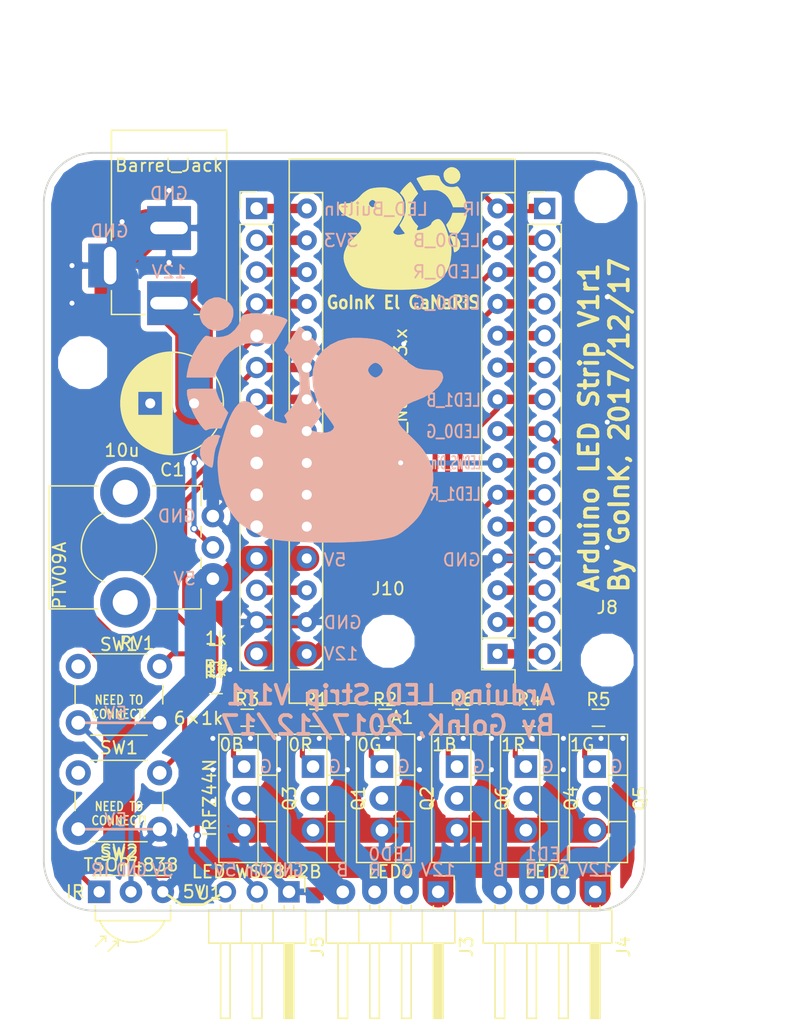
<source format=kicad_pcb>
(kicad_pcb (version 4) (host pcbnew 4.0.7-e2-6376~58~ubuntu14.04.1)
  (title_block (title "Arduino LED Strip") (date 2017-11-19) (rev V1r0) (company GoInK13))
  (layers (0 F.Cu signal) (31 B.Cu signal) (34 B.Paste user) (35 F.Paste user) (36 B.SilkS user) (37 F.SilkS user) (38 B.Mask user) (39 F.Mask user) (44 Edge.Cuts user))
  (net 0 "")
  (net 1 /ar_D1_TX)
  (net 2 /3V3)
  (net 3 /ar_D0_RX)
  (net 4 /ar_Aref)
  (net 5 /ar_Reset2)
  (net 6 /ar_A0_Pot)
  (net 7 GND)
  (net 8 /ar_A1_D15)
  (net 9 /ar_D2)
  (net 10 /ar_A2_D16)
  (net 11 /ar_LED1_R)
  (net 12 /ar_A3_D17)
  (net 13 /ar_Din_LEDWS)
  (net 14 /ar_A4_D18)
  (net 15 /ar_LED1_G)
  (net 16 /ar_A5_D19)
  (net 17 /ar_LED1_B)
  (net 18 /ar_A6)
  (net 19 /ar_D7)
  (net 20 /ar_A7)
  (net 21 /ar_D8)
  (net 22 +5V)
  (net 23 /ar_LED0_R)
  (net 24 /ar_Reset1)
  (net 25 /ar_LED0_G)
  (net 26 /ar_LED0_B)
  (net 27 +12V)
  (net 28 /ar_IR)
  (net 29 /ar_LED_BuiltIn)
  (net 30 /LED0_G)
  (net 31 /LED0_R)
  (net 32 /LED0_B)
  (net 33 /LED1_G)
  (net 34 /LED1_R)
  (net 35 /LED1_B)
  (net 36 "Net-(Q1-Pad1)")
  (net 37 "Net-(Q2-Pad1)")
  (net 38 "Net-(Q3-Pad1)")
  (net 39 "Net-(Q4-Pad1)")
  (net 40 "Net-(Q5-Pad1)")
  (net 41 "Net-(Q6-Pad1)")
  (net 42 "Net-(J7-Pad1)")
  (net 43 "Net-(J8-Pad1)")
  (net 44 "Net-(J9-Pad1)")
  (net 45 "Net-(J10-Pad1)")
  (module TO_SOT_Packages_THT:TO-220-3_Vertical (layer F.Cu) (at 161 101 270)
    (fp_text reference Q4 (at 2.54 -3.62 270) (layer F.SilkS))
    (fp_text value IRFZ44N hide)
    (pad 1 thru_hole rect (at 0 0 270) (size 1.8 1.8) (drill 1) (layers *.Cu *.Mask) (net 39 "Net-(Q4-Pad1)"))
    (pad 2 thru_hole oval (at 2.54 0 270) (size 1.8 1.8) (drill 1) (layers *.Cu *.Mask) (net 34 /LED1_R))
    (pad 3 thru_hole oval (at 5.08 0 270) (size 1.8 1.8) (drill 1) (layers *.Cu *.Mask) (net 7 GND))
  )
  (module Modules:Arduino_Nano (layer F.Cu) (at 158.74 92 180)
    (fp_text reference A1 (at 7.62 -5.08 180) (layer F.SilkS))
    (fp_text value Arduino_Nano_v3.x (at 7.74 19.05 270) (layer F.SilkS))
    (pad 1 thru_hole rect (at 0 0 180) (size 1.6 1.6) (drill 0.8) (layers *.Cu *.Mask) (net 1 /ar_D1_TX))
    (pad 17 thru_hole oval (at 15.24 33.02 180) (size 1.6 1.6) (drill 0.8) (layers *.Cu *.Mask) (net 2 /3V3))
    (pad 2 thru_hole oval (at 0 2.54 180) (size 1.6 1.6) (drill 0.8) (layers *.Cu *.Mask) (net 3 /ar_D0_RX))
    (pad 18 thru_hole oval (at 15.24 30.48 180) (size 1.6 1.6) (drill 0.8) (layers *.Cu *.Mask) (net 4 /ar_Aref))
    (pad 3 thru_hole oval (at 0 5.08 180) (size 1.6 1.6) (drill 0.8) (layers *.Cu *.Mask) (net 5 /ar_Reset2))
    (pad 19 thru_hole oval (at 15.24 27.94 180) (size 1.6 1.6) (drill 0.8) (layers *.Cu *.Mask) (net 6 /ar_A0_Pot))
    (pad 4 thru_hole oval (at 0 7.62 180) (size 1.6 1.6) (drill 0.8) (layers *.Cu *.Mask) (net 7 GND))
    (pad 20 thru_hole oval (at 15.24 25.4 180) (size 1.6 1.6) (drill 0.8) (layers *.Cu *.Mask) (net 8 /ar_A1_D15))
    (pad 5 thru_hole oval (at 0 10.16 180) (size 1.6 1.6) (drill 0.8) (layers *.Cu *.Mask) (net 9 /ar_D2))
    (pad 21 thru_hole oval (at 15.24 22.86 180) (size 1.6 1.6) (drill 0.8) (layers *.Cu *.Mask) (net 10 /ar_A2_D16))
    (pad 6 thru_hole oval (at 0 12.7 180) (size 1.6 1.6) (drill 0.8) (layers *.Cu *.Mask) (net 11 /ar_LED1_R))
    (pad 22 thru_hole oval (at 15.24 20.32 180) (size 1.6 1.6) (drill 0.8) (layers *.Cu *.Mask) (net 12 /ar_A3_D17))
    (pad 7 thru_hole oval (at 0 15.24 180) (size 1.6 1.6) (drill 0.8) (layers *.Cu *.Mask) (net 13 /ar_Din_LEDWS))
    (pad 23 thru_hole oval (at 15.24 17.78 180) (size 1.6 1.6) (drill 0.8) (layers *.Cu *.Mask) (net 14 /ar_A4_D18))
    (pad 8 thru_hole oval (at 0 17.78 180) (size 1.6 1.6) (drill 0.8) (layers *.Cu *.Mask) (net 15 /ar_LED1_G))
    (pad 24 thru_hole oval (at 15.24 15.24 180) (size 1.6 1.6) (drill 0.8) (layers *.Cu *.Mask) (net 16 /ar_A5_D19))
    (pad 9 thru_hole oval (at 0 20.32 180) (size 1.6 1.6) (drill 0.8) (layers *.Cu *.Mask) (net 17 /ar_LED1_B))
    (pad 25 thru_hole oval (at 15.24 12.7 180) (size 1.6 1.6) (drill 0.8) (layers *.Cu *.Mask) (net 18 /ar_A6))
    (pad 10 thru_hole oval (at 0 22.86 180) (size 1.6 1.6) (drill 0.8) (layers *.Cu *.Mask) (net 19 /ar_D7))
    (pad 26 thru_hole oval (at 15.24 10.16 180) (size 1.6 1.6) (drill 0.8) (layers *.Cu *.Mask) (net 20 /ar_A7))
    (pad 11 thru_hole oval (at 0 25.4 180) (size 1.6 1.6) (drill 0.8) (layers *.Cu *.Mask) (net 21 /ar_D8))
    (pad 27 thru_hole oval (at 15.24 7.62 180) (size 1.6 1.6) (drill 0.8) (layers *.Cu *.Mask) (net 22 +5V))
    (pad 12 thru_hole oval (at 0 27.94 180) (size 1.6 1.6) (drill 0.8) (layers *.Cu *.Mask) (net 25 /ar_LED0_G))
    (pad 28 thru_hole oval (at 15.24 5.08 180) (size 1.6 1.6) (drill 0.8) (layers *.Cu *.Mask) (net 24 /ar_Reset1))
    (pad 13 thru_hole oval (at 0 30.48 180) (size 1.6 1.6) (drill 0.8) (layers *.Cu *.Mask) (net 23 /ar_LED0_R))
    (pad 29 thru_hole oval (at 15.24 2.54 180) (size 1.6 1.6) (drill 0.8) (layers *.Cu *.Mask) (net 7 GND))
    (pad 14 thru_hole oval (at 0 33.02 180) (size 1.6 1.6) (drill 0.8) (layers *.Cu *.Mask) (net 26 /ar_LED0_B))
    (pad 30 thru_hole oval (at 15.24 0 180) (size 1.6 1.6) (drill 0.8) (layers *.Cu *.Mask) (net 27 +12V))
    (pad 15 thru_hole oval (at 0 35.56 180) (size 1.6 1.6) (drill 0.8) (layers *.Cu *.Mask) (net 28 /ar_IR))
    (pad 16 thru_hole oval (at 15.24 35.56 180) (size 1.6 1.6) (drill 0.8) (layers *.Cu *.Mask) (net 29 /ar_LED_BuiltIn))
  )
  (module Capacitors_ThroughHole:CP_Radial_D8.0mm_P3.50mm (layer F.Cu) (at 134.5 72 180)
    (fp_text reference C1 (at 1.75 -5.31 180) (layer F.SilkS))
    (fp_text value 10u (at 5.75 -3.75 180) (layer F.SilkS))
    (pad 1 thru_hole rect (at 0 0 180) (size 1.6 1.6) (drill 0.8) (layers *.Cu *.Mask) (net 27 +12V))
    (pad 2 thru_hole circle (at 3.5 0 180) (size 1.6 1.6) (drill 0.8) (layers *.Cu *.Mask) (net 7 GND))
  )
  (module Pin_Headers:Pin_Header_Straight_1x15_Pitch2.54mm (layer F.Cu) (at 139.5 56.44)
    (fp_text reference J1 hide)
    (fp_text value Conn_L hide)
    (pad 1 thru_hole rect (at 0 0) (size 1.7 1.7) (drill 1) (layers *.Cu *.Mask) (net 29 /ar_LED_BuiltIn))
    (pad 2 thru_hole oval (at 0 2.54) (size 1.7 1.7) (drill 1) (layers *.Cu *.Mask) (net 2 /3V3))
    (pad 3 thru_hole oval (at 0 5.08) (size 1.7 1.7) (drill 1) (layers *.Cu *.Mask) (net 4 /ar_Aref))
    (pad 4 thru_hole oval (at 0 7.62) (size 1.7 1.7) (drill 1) (layers *.Cu *.Mask) (net 6 /ar_A0_Pot))
    (pad 5 thru_hole oval (at 0 10.16) (size 1.7 1.7) (drill 1) (layers *.Cu *.Mask) (net 8 /ar_A1_D15))
    (pad 6 thru_hole oval (at 0 12.7) (size 1.7 1.7) (drill 1) (layers *.Cu *.Mask) (net 10 /ar_A2_D16))
    (pad 7 thru_hole oval (at 0 15.24) (size 1.7 1.7) (drill 1) (layers *.Cu *.Mask) (net 12 /ar_A3_D17))
    (pad 8 thru_hole oval (at 0 17.78) (size 1.7 1.7) (drill 1) (layers *.Cu *.Mask) (net 14 /ar_A4_D18))
    (pad 9 thru_hole oval (at 0 20.32) (size 1.7 1.7) (drill 1) (layers *.Cu *.Mask) (net 16 /ar_A5_D19))
    (pad 10 thru_hole oval (at 0 22.86) (size 1.7 1.7) (drill 1) (layers *.Cu *.Mask) (net 18 /ar_A6))
    (pad 11 thru_hole oval (at 0 25.4) (size 1.7 1.7) (drill 1) (layers *.Cu *.Mask) (net 20 /ar_A7))
    (pad 12 thru_hole oval (at 0 27.94) (size 1.7 1.7) (drill 1) (layers *.Cu *.Mask) (net 22 +5V))
    (pad 13 thru_hole oval (at 0 30.48) (size 1.7 1.7) (drill 1) (layers *.Cu *.Mask) (net 24 /ar_Reset1))
    (pad 14 thru_hole oval (at 0 33.02) (size 1.7 1.7) (drill 1) (layers *.Cu *.Mask) (net 7 GND))
    (pad 15 thru_hole oval (at 0 35.56) (size 1.7 1.7) (drill 1) (layers *.Cu *.Mask) (net 27 +12V))
  )
  (module Pin_Headers:Pin_Header_Straight_1x15_Pitch2.54mm (layer F.Cu) (at 162.5 56.44)
    (fp_text reference J2 hide)
    (fp_text value Conn_R hide)
    (pad 1 thru_hole rect (at 0 0) (size 1.7 1.7) (drill 1) (layers *.Cu *.Mask) (net 28 /ar_IR))
    (pad 2 thru_hole oval (at 0 2.54) (size 1.7 1.7) (drill 1) (layers *.Cu *.Mask) (net 26 /ar_LED0_B))
    (pad 3 thru_hole oval (at 0 5.08) (size 1.7 1.7) (drill 1) (layers *.Cu *.Mask) (net 23 /ar_LED0_R))
    (pad 4 thru_hole oval (at 0 7.62) (size 1.7 1.7) (drill 1) (layers *.Cu *.Mask) (net 25 /ar_LED0_G))
    (pad 5 thru_hole oval (at 0 10.16) (size 1.7 1.7) (drill 1) (layers *.Cu *.Mask) (net 21 /ar_D8))
    (pad 6 thru_hole oval (at 0 12.7) (size 1.7 1.7) (drill 1) (layers *.Cu *.Mask) (net 19 /ar_D7))
    (pad 7 thru_hole oval (at 0 15.24) (size 1.7 1.7) (drill 1) (layers *.Cu *.Mask) (net 17 /ar_LED1_B))
    (pad 8 thru_hole oval (at 0 17.78) (size 1.7 1.7) (drill 1) (layers *.Cu *.Mask) (net 15 /ar_LED1_G))
    (pad 9 thru_hole oval (at 0 20.32) (size 1.7 1.7) (drill 1) (layers *.Cu *.Mask) (net 13 /ar_Din_LEDWS))
    (pad 10 thru_hole oval (at 0 22.86) (size 1.7 1.7) (drill 1) (layers *.Cu *.Mask) (net 11 /ar_LED1_R))
    (pad 11 thru_hole oval (at 0 25.4) (size 1.7 1.7) (drill 1) (layers *.Cu *.Mask) (net 9 /ar_D2))
    (pad 12 thru_hole oval (at 0 27.94) (size 1.7 1.7) (drill 1) (layers *.Cu *.Mask) (net 7 GND))
    (pad 13 thru_hole oval (at 0 30.48) (size 1.7 1.7) (drill 1) (layers *.Cu *.Mask) (net 5 /ar_Reset2))
    (pad 14 thru_hole oval (at 0 33.02) (size 1.7 1.7) (drill 1) (layers *.Cu *.Mask) (net 3 /ar_D0_RX))
    (pad 15 thru_hole oval (at 0 35.56) (size 1.7 1.7) (drill 1) (layers *.Cu *.Mask) (net 1 /ar_D1_TX))
  )
  (module Pin_Headers:Pin_Header_Angled_1x04_Pitch2.54mm (layer F.Cu) (at 154 111 270)
    (fp_text reference J3 (at 4.385 -2.27 270) (layer F.SilkS))
    (fp_text value LED0 (at -1.6 3.8 360) (layer F.SilkS))
    (pad 1 thru_hole rect (at 0 0 270) (size 1.7 1.7) (drill 1) (layers *.Cu *.Mask) (net 27 +12V))
    (pad 2 thru_hole oval (at 0 2.54 270) (size 1.7 1.7) (drill 1) (layers *.Cu *.Mask) (net 30 /LED0_G))
    (pad 3 thru_hole oval (at 0 5.08 270) (size 1.7 1.7) (drill 1) (layers *.Cu *.Mask) (net 31 /LED0_R))
    (pad 4 thru_hole oval (at 0 7.62 270) (size 1.7 1.7) (drill 1) (layers *.Cu *.Mask) (net 32 /LED0_B))
  )
  (module Pin_Headers:Pin_Header_Angled_1x04_Pitch2.54mm (layer F.Cu) (at 166.54 111 270)
    (fp_text reference J4 (at 4.385 -2.27 270) (layer F.SilkS))
    (fp_text value LED1 (at -1.6 3.79 360) (layer F.SilkS))
    (pad 1 thru_hole rect (at 0 0 270) (size 1.7 1.7) (drill 1) (layers *.Cu *.Mask) (net 27 +12V))
    (pad 2 thru_hole oval (at 0 2.54 270) (size 1.7 1.7) (drill 1) (layers *.Cu *.Mask) (net 33 /LED1_G))
    (pad 3 thru_hole oval (at 0 5.08 270) (size 1.7 1.7) (drill 1) (layers *.Cu *.Mask) (net 34 /LED1_R))
    (pad 4 thru_hole oval (at 0 7.62 270) (size 1.7 1.7) (drill 1) (layers *.Cu *.Mask) (net 35 /LED1_B))
  )
  (module Connect:BARREL_JACK (layer F.Cu) (at 132.5 64 270)
    (fp_text reference J6 hide)
    (fp_text value Barrel_Jack (at -11 0 360) (layer F.SilkS))
    (pad 1 thru_hole rect (at 0 0 270) (size 3.5 3.5) (drill oval 1 3) (layers *.Cu *.Mask) (net 27 +12V))
    (pad 2 thru_hole rect (at -6 0 270) (size 3.5 3.5) (drill oval 1 3) (layers *.Cu *.Mask) (net 7 GND))
    (pad 3 thru_hole rect (at -3 4.7 270) (size 3.5 3.5) (drill oval 3 1) (layers *.Cu *.Mask) (net 7 GND))
  )
  (module TO_SOT_Packages_THT:TO-220-3_Vertical (layer F.Cu) (at 144 101 270)
    (fp_text reference Q1 (at 2.54 -3.62 270) (layer F.SilkS))
    (fp_text value IRFZ44N hide)
    (pad 1 thru_hole rect (at 0 0 270) (size 1.8 1.8) (drill 1) (layers *.Cu *.Mask) (net 36 "Net-(Q1-Pad1)"))
    (pad 2 thru_hole oval (at 2.54 0 270) (size 1.8 1.8) (drill 1) (layers *.Cu *.Mask) (net 31 /LED0_R))
    (pad 3 thru_hole oval (at 5.08 0 270) (size 1.8 1.8) (drill 1) (layers *.Cu *.Mask) (net 7 GND))
  )
  (module TO_SOT_Packages_THT:TO-220-3_Vertical (layer F.Cu) (at 149.5 101 270)
    (fp_text reference Q2 (at 2.54 -3.62 270) (layer F.SilkS))
    (fp_text value IRFZ44N hide)
    (pad 1 thru_hole rect (at 0 0 270) (size 1.8 1.8) (drill 1) (layers *.Cu *.Mask) (net 37 "Net-(Q2-Pad1)"))
    (pad 2 thru_hole oval (at 2.54 0 270) (size 1.8 1.8) (drill 1) (layers *.Cu *.Mask) (net 30 /LED0_G))
    (pad 3 thru_hole oval (at 5.08 0 270) (size 1.8 1.8) (drill 1) (layers *.Cu *.Mask) (net 7 GND))
  )
  (module TO_SOT_Packages_THT:TO-220-3_Vertical (layer F.Cu) (at 138.5 101 270)
    (fp_text reference Q3 (at 2.54 -3.62 270) (layer F.SilkS))
    (fp_text value IRFZ44N (at 2.5 2.75 270) (layer F.SilkS))
    (pad 1 thru_hole rect (at 0 0 270) (size 1.8 1.8) (drill 1) (layers *.Cu *.Mask) (net 38 "Net-(Q3-Pad1)"))
    (pad 2 thru_hole oval (at 2.54 0 270) (size 1.8 1.8) (drill 1) (layers *.Cu *.Mask) (net 32 /LED0_B))
    (pad 3 thru_hole oval (at 5.08 0 270) (size 1.8 1.8) (drill 1) (layers *.Cu *.Mask) (net 7 GND))
  )
  (module TO_SOT_Packages_THT:TO-220-3_Vertical (layer F.Cu) (at 166.5 101 270)
    (fp_text reference Q5 (at 2.54 -3.62 270) (layer F.SilkS))
    (fp_text value IRFZ44N hide)
    (pad 1 thru_hole rect (at 0 0 270) (size 1.8 1.8) (drill 1) (layers *.Cu *.Mask) (net 40 "Net-(Q5-Pad1)"))
    (pad 2 thru_hole oval (at 2.54 0 270) (size 1.8 1.8) (drill 1) (layers *.Cu *.Mask) (net 33 /LED1_G))
    (pad 3 thru_hole oval (at 5.08 0 270) (size 1.8 1.8) (drill 1) (layers *.Cu *.Mask) (net 7 GND))
  )
  (module TO_SOT_Packages_THT:TO-220-3_Vertical (layer F.Cu) (at 155.5 101 270)
    (fp_text reference Q6 (at 2.54 -3.62 270) (layer F.SilkS))
    (fp_text value IRFZ44N hide)
    (pad 1 thru_hole rect (at 0 0 270) (size 1.8 1.8) (drill 1) (layers *.Cu *.Mask) (net 41 "Net-(Q6-Pad1)"))
    (pad 2 thru_hole oval (at 2.54 0 270) (size 1.8 1.8) (drill 1) (layers *.Cu *.Mask) (net 35 /LED1_B))
    (pad 3 thru_hole oval (at 5.08 0 270) (size 1.8 1.8) (drill 1) (layers *.Cu *.Mask) (net 7 GND))
  )
  (module Resistors_SMD:R_0603_HandSoldering (layer F.Cu) (at 136.25 92 180)
    (fp_text reference R7 (at 0 -1.45 180) (layer F.SilkS))
    (fp_text value 1k (at 0 1.25 180) (layer F.SilkS))
    (pad 1 smd rect (at -1.1 0 180) (size 1.2 0.9) (layers F.Cu F.Paste F.Mask) (net 7 GND))
    (pad 2 smd rect (at 1.1 0 180) (size 1.2 0.9) (layers F.Cu F.Paste F.Mask) (net 8 /ar_A1_D15))
  )
  (module Resistors_SMD:R_0603_HandSoldering (layer F.Cu) (at 136.25 94.5)
    (fp_text reference R8 (at 0 -1.45) (layer F.SilkS))
    (fp_text value 1k (at 0 -1.25) (layer F.SilkS))
    (pad 1 smd rect (at -1.1 0) (size 1.2 0.9) (layers F.Cu F.Paste F.Mask) (net 10 /ar_A2_D16))
    (pad 2 smd rect (at 1.1 0) (size 1.2 0.9) (layers F.Cu F.Paste F.Mask) (net 7 GND))
  )
  (module Potentiometers:Potentiometer_Bourns_PTV09A-1_Horizontal (layer F.Cu) (at 136 81 180)
    (fp_text reference RV1 (at 6.05 -10.15 180) (layer F.SilkS))
    (fp_text value PTV09A (at 12.25 -4.75 270) (layer F.SilkS))
    (pad 3 thru_hole circle (at 0 -5 180) (size 1.8 1.8) (drill 1) (layers *.Cu *.Mask) (net 22 +5V))
    (pad 2 thru_hole circle (at 0 -2.5 180) (size 1.8 1.8) (drill 1) (layers *.Cu *.Mask) (net 6 /ar_A0_Pot))
    (pad 1 thru_hole circle (at 0 0 180) (size 1.8 1.8) (drill 1) (layers *.Cu *.Mask) (net 7 GND))
    (pad 0 np_thru_hole circle (at 7 -6.9 180) (size 4 4) (drill 2) (layers *.Cu *.Mask))
    (pad 0 np_thru_hole circle (at 7 1.9 180) (size 4 4) (drill 2) (layers *.Cu *.Mask))
  )
  (module Buttons_Switches_ThroughHole:SW_PUSH_6mm_h13mm (layer F.Cu) (at 131.75 97.5 180)
    (fp_text reference SW1 (at 3.25 -2 180) (layer F.SilkS))
    (fp_text value SW_Push hide)
    (fp_text user %R (at 3.25 6.25 180) (layer F.SilkS))
    (pad 2 thru_hole circle (at 0 4.5 270) (size 2 2) (drill 1.1) (layers *.Cu *.Mask) (net 8 /ar_A1_D15))
    (pad 1 thru_hole circle (at 0 0 270) (size 2 2) (drill 1.1) (layers *.Cu *.Mask) (net 22 +5V))
    (pad 2 thru_hole circle (at 6.5 4.5 270) (size 2 2) (drill 1.1) (layers *.Cu *.Mask) (net 8 /ar_A1_D15))
    (pad 1 thru_hole circle (at 6.5 0 270) (size 2 2) (drill 1.1) (layers *.Cu *.Mask) (net 22 +5V))
  )
  (module Buttons_Switches_ThroughHole:SW_PUSH_6mm_h13mm (layer F.Cu) (at 131.75 106 180)
    (fp_text reference SW2 (at 3.25 -2 180) (layer F.SilkS))
    (fp_text value SW_Push hide)
    (fp_text user %R (at 3.25 -1.75 180) (layer F.SilkS))
    (pad 2 thru_hole circle (at 0 4.5 270) (size 2 2) (drill 1.1) (layers *.Cu *.Mask) (net 10 /ar_A2_D16))
    (pad 1 thru_hole circle (at 0 0 270) (size 2 2) (drill 1.1) (layers *.Cu *.Mask) (net 22 +5V))
    (pad 2 thru_hole circle (at 6.5 4.5 270) (size 2 2) (drill 1.1) (layers *.Cu *.Mask) (net 10 /ar_A2_D16))
    (pad 1 thru_hole circle (at 6.5 0 270) (size 2 2) (drill 1.1) (layers *.Cu *.Mask) (net 22 +5V))
  )
  (module Opto-Devices:IRReceiver_Vishay_MOLD-3pin (layer F.Cu) (at 126.92 111)
    (fp_text reference U1 (at 8.8 0.1 180) (layer F.SilkS))
    (fp_text value TSOP4838 (at 2.54 -2.15) (layer F.SilkS))
    (pad 1 thru_hole rect (at 0 0) (size 1.8 1.8) (drill 0.9) (layers *.Cu *.Mask) (net 28 /ar_IR))
    (pad 2 thru_hole circle (at 2.54 0) (size 1.8 1.8) (drill 0.9) (layers *.Cu *.Mask) (net 7 GND))
    (pad 3 thru_hole circle (at 5.08 0) (size 1.8 1.8) (drill 0.9) (layers *.Cu *.Mask) (net 22 +5V))
  )
  (module Pin_Headers:Pin_Header_Angled_1x03_Pitch2.54mm (layer F.Cu) (at 142.08 111 270)
    (fp_text reference J5 (at 4.385 -2.27 270) (layer F.SilkS))
    (fp_text value LED_WS2812B (at -1.6 2.58 360) (layer F.SilkS))
    (pad 1 thru_hole rect (at 0 0 270) (size 1.7 1.7) (drill 1) (layers *.Cu *.Mask) (net 7 GND))
    (pad 2 thru_hole oval (at 0 2.54 270) (size 1.7 1.7) (drill 1) (layers *.Cu *.Mask) (net 13 /ar_Din_LEDWS))
    (pad 3 thru_hole oval (at 0 5.08 270) (size 1.7 1.7) (drill 1) (layers *.Cu *.Mask) (net 22 +5V))
  )
  (module Resistors_SMD:R_0603_HandSoldering (layer F.Cu) (at 144.25 97.1)
    (fp_text reference R1 (at 0 -1.45) (layer F.SilkS))
    (fp_text value 1k hide)
    (pad 1 smd rect (at -1.1 0) (size 1.2 0.9) (layers F.Cu F.Paste F.Mask) (net 36 "Net-(Q1-Pad1)"))
    (pad 2 smd rect (at 1.1 0) (size 1.2 0.9) (layers F.Cu F.Paste F.Mask) (net 23 /ar_LED0_R))
  )
  (module Resistors_SMD:R_0603_HandSoldering (layer F.Cu) (at 149.75 97.1)
    (fp_text reference R2 (at 0 -1.45) (layer F.SilkS))
    (fp_text value 1k hide)
    (pad 1 smd rect (at -1.1 0) (size 1.2 0.9) (layers F.Cu F.Paste F.Mask) (net 37 "Net-(Q2-Pad1)"))
    (pad 2 smd rect (at 1.1 0) (size 1.2 0.9) (layers F.Cu F.Paste F.Mask) (net 25 /ar_LED0_G))
  )
  (module Resistors_SMD:R_0603_HandSoldering (layer F.Cu) (at 138.75 97.1)
    (fp_text reference R3 (at 0 -1.45) (layer F.SilkS))
    (fp_text value 1k hide)
    (pad 1 smd rect (at -1.1 0) (size 1.2 0.9) (layers F.Cu F.Paste F.Mask) (net 38 "Net-(Q3-Pad1)"))
    (pad 2 smd rect (at 1.1 0) (size 1.2 0.9) (layers F.Cu F.Paste F.Mask) (net 26 /ar_LED0_B))
  )
  (module Resistors_SMD:R_0603_HandSoldering (layer F.Cu) (at 161.25 97.1)
    (fp_text reference R4 (at 0 -1.45) (layer F.SilkS))
    (fp_text value 1k hide)
    (pad 1 smd rect (at -1.1 0) (size 1.2 0.9) (layers F.Cu F.Paste F.Mask) (net 39 "Net-(Q4-Pad1)"))
    (pad 2 smd rect (at 1.1 0) (size 1.2 0.9) (layers F.Cu F.Paste F.Mask) (net 11 /ar_LED1_R))
  )
  (module Resistors_SMD:R_0603_HandSoldering (layer F.Cu) (at 166.8 97.1)
    (fp_text reference R5 (at 0 -1.45) (layer F.SilkS))
    (fp_text value 1k hide)
    (pad 1 smd rect (at -1.1 0) (size 1.2 0.9) (layers F.Cu F.Paste F.Mask) (net 40 "Net-(Q5-Pad1)"))
    (pad 2 smd rect (at 1.1 0) (size 1.2 0.9) (layers F.Cu F.Paste F.Mask) (net 15 /ar_LED1_G))
  )
  (module Resistors_SMD:R_0603_HandSoldering (layer F.Cu) (at 155.9 97.1)
    (fp_text reference R6 (at 0 -1.45) (layer F.SilkS))
    (fp_text value 1k hide)
    (pad 1 smd rect (at -1.1 0) (size 1.2 0.9) (layers F.Cu F.Paste F.Mask) (net 41 "Net-(Q6-Pad1)"))
    (pad 2 smd rect (at 1.1 0) (size 1.2 0.9) (layers F.Cu F.Paste F.Mask) (net 17 /ar_LED1_B))
  )
  (module Mounting_Holes:MountingHole_3.2mm_M3 (layer F.Cu) (at 167 55.5)
    (fp_text reference J7 hide)
    (fp_text value Screw_Terminal_01x01 hide)
    (pad 1 np_thru_hole circle (at 0 0) (size 3.2 3.2) (drill 3.2) (layers *.Cu *.Mask) (net 42 "Net-(J7-Pad1)"))
  )
  (module Mounting_Holes:MountingHole_3.2mm_M3 (layer F.Cu) (at 167.5 92.5)
    (fp_text reference J8 (at 0 -4.2) (layer F.SilkS))
    (fp_text value Screw_Terminal_01x01 hide)
    (pad 1 np_thru_hole circle (at 0 0) (size 3.2 3.2) (drill 3.2) (layers *.Cu *.Mask) (net 43 "Net-(J8-Pad1)"))
  )
  (module Mounting_Holes:MountingHole_3.2mm_M3 (layer F.Cu) (at 125.75 68.75)
    (fp_text reference J9 hide)
    (fp_text value Screw_Terminal_01x01 hide)
    (pad 1 np_thru_hole circle (at 0 0) (size 3.2 3.2) (drill 3.2) (layers *.Cu *.Mask) (net 44 "Net-(J9-Pad1)"))
  )
  (module Mounting_Holes:MountingHole_3.2mm_M3 (layer F.Cu) (at 150 91)
    (fp_text reference J10 (at 0 -4.2) (layer F.SilkS))
    (fp_text value Screw_Terminal_01x01 hide)
    (pad 1 np_thru_hole circle (at 0 0) (size 3.2 3.2) (drill 3.2) (layers *.Cu *.Mask) (net 45 "Net-(J10-Pad1)"))
  )
  (module GoInK13:GoInK600 (layer F.Cu) (at 151 58.25)
    (fp_text reference G*** hide)
    (fp_text value LOGO hide)
  )
  (module GoInK13:GoInK300 (layer B.Cu) (at 144.5 73.75 180)
    (fp_text reference G*** hide)
    (fp_text value LOGO hide)
  )
  (gr_text "GoInK El CaNaRiS" (at 151.2 63.95) (layer F.SilkS) (effects (font (size 1 0.9) (thickness 0.2))))
  (gr_text G (at 168.25 101) (layer B.SilkS) (effects (font (size 1 1)) (justify mirror)))
  (gr_text G (at 162.75 101) (layer B.SilkS) (effects (font (size 1 1)) (justify mirror)))
  (gr_text G (at 157.25 101) (layer B.SilkS) (effects (font (size 1 1)) (justify mirror)))
  (gr_text G (at 151.25 101) (layer B.SilkS) (effects (font (size 1 1)) (justify mirror)))
  (gr_text G (at 145.75 101) (layer B.SilkS) (effects (font (size 1 1)) (justify mirror)))
  (gr_text G (at 140.25 101) (layer B.SilkS) (effects (font (size 1 1)) (justify mirror)))
  (gr_text GND (at 132.5 55.25) (layer B.SilkS) (effects (font (size 1 1)) (justify mirror)))
  (gr_text LED_BuiltIn (at 144.75 56.5) (layer B.SilkS) (effects (font (size 1 1)) (justify right mirror)))
  (gr_text 3V3 (at 144.75 59) (layer B.SilkS) (effects (font (size 1 1)) (justify right mirror)))
  (gr_text 5V (at 144.75 84.5) (layer B.SilkS) (effects (font (size 1 1)) (justify right mirror)))
  (gr_text 12V (at 144.75 92) (layer B.SilkS) (effects (font (size 1 1)) (justify right mirror)))
  (gr_text GND (at 144.75 89.5) (layer B.SilkS) (effects (font (size 1 1)) (justify right mirror)))
  (gr_text GND (at 157.5 84.5) (layer B.SilkS) (effects (font (size 1 1)) (justify left mirror)))
  (gr_text LEDWS_Din (at 157.5 76.75) (layer B.SilkS) (effects (font (size 1 0.5) (thickness 0.125)) (justify left mirror)))
  (gr_text LED1_B (at 157.5 71.75) (layer B.SilkS) (effects (font (size 1 0.8)) (justify left mirror)))
  (gr_text LED0_G (at 157.5 74.25) (layer B.SilkS) (effects (font (size 1 0.8)) (justify left mirror)))
  (gr_text LED1_R (at 157.5 79.25) (layer B.SilkS) (effects (font (size 1 0.75)) (justify left mirror)))
  (gr_text LED0_G (at 157.5 64) (layer B.SilkS) (effects (font (size 1 1)) (justify left mirror)))
  (gr_text LED0_R (at 157.5 61.5) (layer B.SilkS) (effects (font (size 1 1)) (justify left mirror)))
  (gr_text LED0_B (at 157.5 59) (layer B.SilkS) (effects (font (size 1 1)) (justify left mirror)))
  (gr_text IR (at 157.5 56.5) (layer B.SilkS) (effects (font (size 1 1)) (justify left mirror)))
  (gr_text LED0 (at 150.25 108) (layer B.SilkS) (effects (font (size 1 1)) (justify mirror)))
  (gr_text LED1 (at 162.75 108) (layer B.SilkS) (effects (font (size 1 1)) (justify mirror)))
  (gr_text B (at 158.85 109.25) (layer B.SilkS) (effects (font (size 1 1)) (justify mirror)))
  (gr_text R (at 161.45 109.25) (layer B.SilkS) (effects (font (size 1 1)) (justify mirror)))
  (gr_text G (at 164 109.25) (layer B.SilkS) (effects (font (size 1 1)) (justify mirror)))
  (gr_text 12V (at 166.5 109.25) (layer B.SilkS) (effects (font (size 1 1)) (justify mirror)))
  (gr_text B (at 146.35 109.25) (layer B.SilkS) (effects (font (size 1 1)) (justify mirror)))
  (gr_text R (at 148.95 109.25) (layer B.SilkS) (effects (font (size 1 1)) (justify mirror)))
  (gr_text G (at 151.5 109.25) (layer B.SilkS) (effects (font (size 1 1)) (justify mirror)))
  (gr_text 12V (at 154 109.25) (layer B.SilkS) (effects (font (size 1 1)) (justify mirror)))
  (gr_text Din (at 139.5 109.25) (layer B.SilkS) (effects (font (size 1 0.8)) (justify mirror)))
  (gr_text 5V (at 137 109.25) (layer B.SilkS) (effects (font (size 1 1)) (justify mirror)))
  (gr_text GND (at 142 109.25) (layer B.SilkS) (effects (font (size 1 0.8)) (justify mirror)))
  (gr_text IR (at 127 109.25) (layer B.SilkS) (effects (font (size 1 1)) (justify mirror)))
  (gr_text GND (at 129.5 109.25) (layer B.SilkS) (effects (font (size 1 0.8)) (justify mirror)))
  (gr_text 5V (at 132 109.25) (layer B.SilkS) (effects (font (size 1 1)) (justify mirror)))
  (gr_text 5V (at 129.25 105.25) (layer B.SilkS) (effects (font (size 1 1)) (justify left mirror)))
  (gr_line (start 131.75 106) (end 125.25 106) (layer B.SilkS) (width 0.2))
  (gr_line (start 131.75 97.5) (end 125.25 97.5) (layer B.SilkS) (width 0.2))
  (gr_text 5V (at 129.25 96.75) (layer B.SilkS) (effects (font (size 1 1)) (justify left mirror)))
  (gr_text 5V (at 134.75 86) (layer B.SilkS) (effects (font (size 1 1)) (justify left mirror)))
  (gr_text GND (at 134.75 81) (layer B.SilkS) (effects (font (size 1 1)) (justify left mirror)))
  (gr_text GND (at 127.75 58.25) (layer B.SilkS) (effects (font (size 1 1)) (justify mirror)))
  (gr_text 12V (at 132.5 61.5) (layer B.SilkS) (effects (font (size 1 1)) (justify mirror)))
  (gr_text "Arduino LED Strip V1r1\nBy GoInK, 2017/12/17" (at 163.5 96.5) (layer B.SilkS) (effects (font (size 1.5 1.5) (thickness 0.3)) (justify left mirror)))
  (gr_text "Arduino LED Strip V1r1\nBy GoInK, 2017/12/17" (at 167.25 87.25 90) (layer F.SilkS) (effects (font (size 1.5 1.5) (thickness 0.3)) (justify left)))
  (gr_text "NEED TO\nCONNECT!" (at 128.5 104.75) (layer F.SilkS) (effects (font (size 0.7 0.6) (thickness 0.125))))
  (gr_text "NEED TO\nCONNECT!" (at 128.5 96.25) (layer F.SilkS) (effects (font (size 0.7 0.6) (thickness 0.125))))
  (gr_line (start 125.25 106) (end 131.75 106) (layer F.SilkS) (width 0.2))
  (gr_line (start 125.25 97.5) (end 131.75 97.5) (layer F.SilkS) (width 0.2))
  (gr_text IR (at 125 111) (layer F.SilkS) (effects (font (size 1 1))))
  (gr_line (start 135.25 112) (end 137 111) (layer F.SilkS) (width 0.2))
  (gr_line (start 133.5 112) (end 135.25 112) (layer F.SilkS) (width 0.2))
  (gr_line (start 132 111) (end 133.5 112) (layer F.SilkS) (width 0.2))
  (gr_text 5V (at 134.5 111) (layer F.SilkS) (effects (font (size 1 1))))
  (gr_text 1G (at 165.5 99.25) (layer F.SilkS) (effects (font (size 1 1))))
  (gr_text 1R (at 160 99.25) (layer F.SilkS) (effects (font (size 1 1))))
  (gr_text 1B (at 154.5 99.25) (layer F.SilkS) (effects (font (size 1 1))))
  (gr_text 0G (at 148.5 99.25) (layer F.SilkS) (effects (font (size 1 1))))
  (gr_text 0R (at 143 99.25) (layer F.SilkS) (effects (font (size 1 1))))
  (gr_text 0B (at 137.5 99.25) (layer F.SilkS) (effects (font (size 1 1))))
  (gr_text 6×1k (at 134.85 97.15) (layer F.SilkS) (effects (font (size 1 1))))
  (gr_arc (start 126.5 108.5) (end 126.5 112.5) (angle 90) (layer Edge.Cuts) (width 0.15))
  (gr_arc (start 166.5 108.5) (end 170.5 108.5) (angle 90) (layer Edge.Cuts) (width 0.15))
  (gr_arc (start 166.5 56) (end 166.5 52) (angle 90) (layer Edge.Cuts) (width 0.15))
  (gr_arc (start 126.5 56) (end 122.5 56) (angle 90) (layer Edge.Cuts) (width 0.15))
  (gr_line (start 122.5 108.5) (end 122.5 56) (layer Edge.Cuts) (width 0.15))
  (gr_line (start 166.5 112.5) (end 126.5 112.5) (layer Edge.Cuts) (width 0.15))
  (gr_line (start 170.5 56) (end 170.5 108.5) (layer Edge.Cuts) (width 0.15))
  (gr_line (start 126.5 52) (end 166.5 52) (layer Edge.Cuts) (width 0.15))
  (segment (start 162.5 92) (end 158.74 92) (width 0.75) (layer F.Cu) (net 1))
  (segment (start 143.5 58.98) (end 139.5 58.98) (width 0.75) (layer F.Cu) (net 2))
  (segment (start 158.74 89.46) (end 162.5 89.46) (width 0.75) (layer F.Cu) (net 3))
  (segment (start 143.5 61.52) (end 139.5 61.52) (width 0.75) (layer F.Cu) (net 4))
  (segment (start 162.5 86.92) (end 158.74 86.92) (width 0.75) (layer F.Cu) (net 5))
  (segment (start 134.5 76.75) (end 134.5 82) (width 0.4) (layer B.Cu) (net 6))
  (via (at 134.5 82) (size 0.6) (drill 0.4) (layers F.Cu B.Cu) (net 6))
  (segment (start 134.5 76.25) (end 134.5 76.75) (width 0.4) (layer F.Cu) (net 6))
  (via (at 134.5 76.75) (size 0.6) (drill 0.4) (layers F.Cu B.Cu) (net 6))
  (segment (start 139.5 64.06) (end 136.5 67.06) (width 0.4) (layer F.Cu) (net 6))
  (segment (start 136.5 67.06) (end 136.5 74.25) (width 0.4) (layer F.Cu) (net 6))
  (segment (start 136.5 74.25) (end 134.5 76.25) (width 0.4) (layer F.Cu) (net 6))
  (segment (start 134.5 82) (end 136 83.5) (width 0.4) (layer F.Cu) (net 6))
  (segment (start 143.5 64.06) (end 139.5 64.06) (width 0.75) (layer F.Cu) (net 6))
  (segment (start 129.46 111) (end 129.46 105.29) (width 0.4) (layer B.Cu) (net 7))
  (segment (start 129.46 105.29) (end 131 103.75) (width 0.4) (layer B.Cu) (net 7))
  (segment (start 131 103.75) (end 136.17 103.75) (width 0.4) (layer B.Cu) (net 7))
  (segment (start 132.5 55) (end 133.25 54.25) (width 0.4) (layer B.Cu) (net 7))
  (segment (start 133.25 54.25) (end 146 54.25) (width 0.4) (layer B.Cu) (net 7))
  (segment (start 146 54.25) (end 151.25 59.5) (width 0.4) (layer B.Cu) (net 7))
  (segment (start 151.25 59.5) (end 151.25 67.25) (width 0.4) (layer B.Cu) (net 7))
  (segment (start 136 81) (end 137.75 82.75) (width 0.4) (layer B.Cu) (net 7))
  (segment (start 137.75 82.75) (end 137.75 87.71) (width 0.4) (layer B.Cu) (net 7))
  (segment (start 137.75 87.71) (end 139.5 89.46) (width 0.4) (layer B.Cu) (net 7))
  (segment (start 136.59 106) (end 136.59 104.34) (width 0.75) (layer F.Cu) (net 7))
  (segment (start 136.59 104.34) (end 136 103.75) (width 0.75) (layer F.Cu) (net 7))
  (segment (start 138.5 106.08) (end 136.67 106.08) (width 2) (layer F.Cu) (net 7))
  (segment (start 136.67 106.08) (end 136.59 106) (width 2) (layer F.Cu) (net 7))
  (segment (start 139 98.75) (end 141.25 98.75) (width 0.4) (layer B.Cu) (net 7))
  (segment (start 136 98.75) (end 139 98.75) (width 0.4) (layer B.Cu) (net 7))
  (via (at 139 98.75) (size 0.6) (drill 0.4) (layers F.Cu B.Cu) (net 7))
  (segment (start 144.5 98.75) (end 146.75 98.75) (width 0.4) (layer B.Cu) (net 7))
  (segment (start 141.25 98.75) (end 144.5 98.75) (width 0.4) (layer B.Cu) (net 7))
  (via (at 144.5 98.75) (size 0.6) (drill 0.4) (layers F.Cu B.Cu) (net 7))
  (segment (start 150 98.75) (end 152.5 98.75) (width 0.4) (layer B.Cu) (net 7))
  (segment (start 146.75 98.75) (end 150 98.75) (width 0.4) (layer B.Cu) (net 7))
  (via (at 150 98.75) (size 0.6) (drill 0.4) (layers F.Cu B.Cu) (net 7))
  (segment (start 167 98.75) (end 168.75 98.75) (width 0.4) (layer B.Cu) (net 7))
  (segment (start 164 98.75) (end 167 98.75) (width 0.4) (layer B.Cu) (net 7))
  (via (at 167 98.75) (size 0.6) (drill 0.4) (layers F.Cu B.Cu) (net 7))
  (segment (start 161.5 98.75) (end 164 98.75) (width 0.4) (layer B.Cu) (net 7))
  (segment (start 158.25 98.75) (end 161.5 98.75) (width 0.4) (layer B.Cu) (net 7))
  (via (at 161.5 98.75) (size 0.6) (drill 0.4) (layers F.Cu B.Cu) (net 7))
  (segment (start 156 98.75) (end 158.25 98.75) (width 0.4) (layer B.Cu) (net 7))
  (segment (start 152.5 98.75) (end 156 98.75) (width 0.4) (layer B.Cu) (net 7))
  (via (at 156 98.75) (size 0.6) (drill 0.4) (layers F.Cu B.Cu) (net 7))
  (segment (start 168.75 98.75) (end 168.75 104.75) (width 0.4) (layer F.Cu) (net 7))
  (segment (start 168.75 104.75) (end 167.42 106.08) (width 0.4) (layer F.Cu) (net 7))
  (segment (start 167.42 106.08) (end 166.5 106.08) (width 0.4) (layer F.Cu) (net 7))
  (via (at 168.75 98.75) (size 0.6) (drill 0.4) (layers F.Cu B.Cu) (net 7))
  (segment (start 164 101.25) (end 164 106.08) (width 0.4) (layer F.Cu) (net 7))
  (segment (start 164 98.75) (end 164 101.25) (width 0.4) (layer F.Cu) (net 7))
  (via (at 164 101.25) (size 0.6) (drill 0.4) (layers F.Cu B.Cu) (net 7))
  (segment (start 158.25 101.25) (end 158.25 98.75) (width 0.4) (layer F.Cu) (net 7))
  (segment (start 158.25 106.08) (end 158.25 101.25) (width 0.4) (layer F.Cu) (net 7))
  (via (at 158.25 101.25) (size 0.6) (drill 0.4) (layers F.Cu B.Cu) (net 7))
  (segment (start 152.5 101.25) (end 152.5 98.75) (width 0.4) (layer F.Cu) (net 7))
  (segment (start 152.5 106.08) (end 152.5 101.25) (width 0.4) (layer F.Cu) (net 7))
  (via (at 152.5 101.25) (size 0.6) (drill 0.4) (layers F.Cu B.Cu) (net 7))
  (segment (start 146.75 101.25) (end 146.75 98.75) (width 0.4) (layer F.Cu) (net 7))
  (segment (start 146.75 106.08) (end 146.75 101.25) (width 0.4) (layer F.Cu) (net 7))
  (via (at 146.75 101.25) (size 0.6) (drill 0.4) (layers F.Cu B.Cu) (net 7))
  (segment (start 141.25 101.25) (end 141.25 98.75) (width 0.4) (layer F.Cu) (net 7))
  (segment (start 141.25 106.08) (end 141.25 101.25) (width 0.4) (layer F.Cu) (net 7))
  (via (at 141.25 101.25) (size 0.6) (drill 0.4) (layers F.Cu B.Cu) (net 7))
  (via (at 136 98.75) (size 0.6) (drill 0.4) (layers F.Cu B.Cu) (net 7))
  (segment (start 136 101.25) (end 136 103.75) (width 1) (layer B.Cu) (net 7))
  (segment (start 136 98.75) (end 136 101.25) (width 1) (layer B.Cu) (net 7))
  (via (at 136 101.25) (size 0.6) (drill 0.4) (layers F.Cu B.Cu) (net 7))
  (segment (start 136.17 103.75) (end 136 103.75) (width 0.4) (layer B.Cu) (net 7))
  (via (at 136 103.75) (size 0.6) (drill 0.4) (layers F.Cu B.Cu) (net 7))
  (segment (start 141.25 106.08) (end 144 106.08) (width 2) (layer F.Cu) (net 7))
  (via (at 141.25 98.75) (size 0.6) (drill 0.4) (layers F.Cu B.Cu) (net 7))
  (segment (start 138.5 106.08) (end 141.25 106.08) (width 2) (layer F.Cu) (net 7))
  (segment (start 146.75 106.08) (end 149.5 106.08) (width 2) (layer F.Cu) (net 7))
  (segment (start 144 106.08) (end 146.75 106.08) (width 2) (layer F.Cu) (net 7))
  (via (at 146.75 98.75) (size 0.6) (drill 0.4) (layers F.Cu B.Cu) (net 7))
  (segment (start 152.5 106.08) (end 155.5 106.08) (width 2) (layer F.Cu) (net 7))
  (segment (start 149.5 106.08) (end 152.5 106.08) (width 2) (layer F.Cu) (net 7))
  (via (at 152.5 98.75) (size 0.6) (drill 0.4) (layers F.Cu B.Cu) (net 7))
  (segment (start 158.25 106.08) (end 161 106.08) (width 2) (layer F.Cu) (net 7))
  (segment (start 155.5 106.08) (end 158.25 106.08) (width 2) (layer F.Cu) (net 7))
  (via (at 158.25 98.75) (size 0.6) (drill 0.4) (layers F.Cu B.Cu) (net 7))
  (segment (start 161 106.08) (end 164 106.08) (width 2) (layer F.Cu) (net 7))
  (segment (start 164 106.08) (end 166.5 106.08) (width 2) (layer F.Cu) (net 7))
  (segment (start 136 97.75) (end 136 98.75) (width 1) (layer B.Cu) (net 7))
  (via (at 164 98.75) (size 0.6) (drill 0.4) (layers F.Cu B.Cu) (net 7))
  (segment (start 137.35 93.25) (end 137.35 96.4) (width 1) (layer B.Cu) (net 7))
  (segment (start 136 103.75) (end 138.33 106.08) (width 1) (layer B.Cu) (net 7))
  (segment (start 137.35 96.4) (end 136 97.75) (width 1) (layer B.Cu) (net 7))
  (segment (start 138.33 106.08) (end 138.5 106.08) (width 1) (layer B.Cu) (net 7))
  (segment (start 139.5 89.46) (end 137.35 91.61) (width 1) (layer B.Cu) (net 7))
  (segment (start 137.35 91.61) (end 137.35 93.25) (width 1) (layer B.Cu) (net 7))
  (segment (start 136.17 103.75) (end 138.5 106.08) (width 0.4) (layer B.Cu) (net 7))
  (segment (start 142.08 111) (end 138.5 107.42) (width 0.75) (layer B.Cu) (net 7))
  (segment (start 138.5 107.42) (end 138.5 106.08) (width 0.75) (layer B.Cu) (net 7))
  (segment (start 127.8 61) (end 132.25 61) (width 0.25) (layer F.Cu) (net 7))
  (segment (start 132.25 61) (end 132.5 60.75) (width 0.25) (layer F.Cu) (net 7))
  (via (at 132.5 60.75) (size 0.6) (drill 0.4) (layers F.Cu B.Cu) (net 7))
  (segment (start 124.75 61) (end 124.75 64) (width 0.25) (layer F.Cu) (net 7))
  (via (at 124.75 64) (size 0.6) (drill 0.4) (layers F.Cu B.Cu) (net 7))
  (segment (start 132.5 58) (end 129.25 58) (width 0.25) (layer F.Cu) (net 7))
  (segment (start 129.25 58) (end 128.75 57.5) (width 0.25) (layer F.Cu) (net 7))
  (via (at 128.75 57.5) (size 0.6) (drill 0.4) (layers F.Cu B.Cu) (net 7))
  (segment (start 132.5 58) (end 132.5 55) (width 0.25) (layer B.Cu) (net 7))
  (via (at 132.5 55) (size 0.6) (drill 0.4) (layers F.Cu B.Cu) (net 7))
  (segment (start 127.8 61) (end 124.75 61) (width 0.25) (layer F.Cu) (net 7))
  (via (at 124.75 61) (size 0.6) (drill 0.4) (layers F.Cu B.Cu) (net 7))
  (segment (start 127.8 61) (end 127.8 65.55) (width 2.5) (layer F.Cu) (net 7))
  (segment (start 149 85) (end 158.12 85) (width 1) (layer B.Cu) (net 7))
  (segment (start 147.96 85) (end 149 85) (width 1) (layer B.Cu) (net 7))
  (segment (start 149 85) (end 149 69.5) (width 0.25) (layer B.Cu) (net 7))
  (segment (start 149 69.5) (end 151.25 67.25) (width 0.25) (layer B.Cu) (net 7))
  (via (at 151.25 67.25) (size 0.6) (drill 0.4) (layers F.Cu B.Cu) (net 7))
  (segment (start 167.5 73.5) (end 167.5 63.5) (width 0.25) (layer B.Cu) (net 7))
  (via (at 167.5 63.5) (size 0.6) (drill 0.4) (layers F.Cu B.Cu) (net 7))
  (segment (start 167.5 83.5) (end 167.5 73.5) (width 0.25) (layer F.Cu) (net 7))
  (via (at 167.5 73.5) (size 0.6) (drill 0.4) (layers F.Cu B.Cu) (net 7))
  (segment (start 162.5 84.38) (end 166.62 84.38) (width 0.25) (layer B.Cu) (net 7))
  (via (at 167.5 83.5) (size 0.6) (drill 0.4) (layers F.Cu B.Cu) (net 7))
  (segment (start 166.62 84.38) (end 167.5 83.5) (width 0.25) (layer B.Cu) (net 7))
  (segment (start 127.8 61) (end 128.810001 62.010001) (width 2.5) (layer B.Cu) (net 7))
  (segment (start 128.810001 62.010001) (end 128.810001 69.810001) (width 2.5) (layer B.Cu) (net 7))
  (segment (start 128.810001 69.810001) (end 131 72) (width 2.5) (layer B.Cu) (net 7))
  (segment (start 132.5 58) (end 130.8 58) (width 2.5) (layer B.Cu) (net 7))
  (segment (start 130.8 58) (end 127.8 61) (width 2.5) (layer B.Cu) (net 7))
  (segment (start 143.5 89.46) (end 147.96 85) (width 1) (layer B.Cu) (net 7))
  (segment (start 158.12 85) (end 158.74 84.38) (width 1) (layer B.Cu) (net 7))
  (segment (start 136 81) (end 136 76.755198) (width 1) (layer B.Cu) (net 7))
  (segment (start 136 76.755198) (end 131.244802 72) (width 1) (layer B.Cu) (net 7))
  (segment (start 131.244802 72) (end 131 72) (width 1) (layer B.Cu) (net 7))
  (segment (start 129.46 111) (end 129.5 110.96) (width 0.4) (layer B.Cu) (net 7))
  (segment (start 127.8 65.55) (end 129.25 67) (width 2.5) (layer F.Cu) (net 7))
  (segment (start 129.25 67) (end 129.25 70.25) (width 2.5) (layer F.Cu) (net 7))
  (segment (start 129.25 70.25) (end 130.5 71.5) (width 2.5) (layer F.Cu) (net 7))
  (segment (start 130.5 71.5) (end 131 72) (width 2.5) (layer F.Cu) (net 7))
  (segment (start 158.74 84.38) (end 162.5 84.38) (width 0.75) (layer F.Cu) (net 7))
  (segment (start 137.35 93.25) (end 137.35 94.5) (width 0.75) (layer F.Cu) (net 7))
  (segment (start 137.35 92) (end 137.35 93.25) (width 0.75) (layer F.Cu) (net 7))
  (via (at 137.35 93.25) (size 0.6) (drill 0.4) (layers F.Cu B.Cu) (net 7))
  (segment (start 143.5 89.46) (end 139.5 89.46) (width 1) (layer F.Cu) (net 7))
  (segment (start 132.5 58) (end 130.8 58) (width 3) (layer F.Cu) (net 7))
  (segment (start 130.8 58) (end 127.8 61) (width 3) (layer F.Cu) (net 7))
  (segment (start 135.15 92) (end 132.75 92) (width 0.4) (layer F.Cu) (net 8))
  (segment (start 132.75 92) (end 131.75 93) (width 0.4) (layer F.Cu) (net 8))
  (segment (start 139.5 66.6) (end 137.11001 68.98999) (width 0.4) (layer F.Cu) (net 8))
  (segment (start 137.11001 68.98999) (end 137.11001 75.38999) (width 0.4) (layer F.Cu) (net 8))
  (segment (start 137.11001 75.38999) (end 133 79.5) (width 0.4) (layer F.Cu) (net 8))
  (segment (start 133 79.5) (end 133 88.75) (width 0.4) (layer F.Cu) (net 8))
  (segment (start 133 88.75) (end 135.15 90.9) (width 0.4) (layer F.Cu) (net 8))
  (segment (start 135.15 90.9) (end 135.15 92) (width 0.4) (layer F.Cu) (net 8))
  (segment (start 143.5 66.6) (end 139.5 66.6) (width 0.75) (layer F.Cu) (net 8))
  (segment (start 162.5 81.84) (end 158.74 81.84) (width 0.75) (layer F.Cu) (net 9))
  (segment (start 135.15 94.5) (end 133.75 95.9) (width 0.4) (layer F.Cu) (net 10))
  (segment (start 133.75 95.9) (end 133.75 99.5) (width 0.4) (layer F.Cu) (net 10))
  (segment (start 133.75 99.5) (end 131.75 101.5) (width 0.4) (layer F.Cu) (net 10))
  (segment (start 136.25 90.75) (end 136.25 93.4) (width 0.4) (layer F.Cu) (net 10))
  (segment (start 133.75 88.25) (end 136.25 90.75) (width 0.4) (layer F.Cu) (net 10))
  (segment (start 136.25 93.4) (end 135.15 94.5) (width 0.4) (layer F.Cu) (net 10))
  (segment (start 137.720021 75.892664) (end 133.75 79.862684) (width 0.4) (layer F.Cu) (net 10))
  (segment (start 139.5 69.14) (end 137.720021 70.919979) (width 0.4) (layer F.Cu) (net 10))
  (segment (start 137.720021 70.919979) (end 137.720021 75.892664) (width 0.4) (layer F.Cu) (net 10))
  (segment (start 133.75 79.862684) (end 133.75 88.25) (width 0.4) (layer F.Cu) (net 10))
  (segment (start 143.5 69.14) (end 139.5 69.14) (width 0.75) (layer F.Cu) (net 10))
  (segment (start 158.74 79.3) (end 156.75 81.29) (width 0.4) (layer F.Cu) (net 11))
  (segment (start 156.75 81.29) (end 156.75 93.5) (width 0.4) (layer F.Cu) (net 11))
  (segment (start 156.75 93.5) (end 157.75 94.5) (width 0.4) (layer F.Cu) (net 11))
  (segment (start 157.75 94.5) (end 159.75 94.5) (width 0.4) (layer F.Cu) (net 11))
  (segment (start 159.75 94.5) (end 162.35 97.1) (width 0.4) (layer F.Cu) (net 11))
  (segment (start 158.74 79.3) (end 162.5 79.3) (width 0.75) (layer F.Cu) (net 11))
  (segment (start 143.5 71.68) (end 139.5 71.68) (width 0.75) (layer F.Cu) (net 12))
  (segment (start 139.54 111) (end 139.5 111) (width 0.4) (layer B.Cu) (net 13))
  (segment (start 139.5 111) (end 139.5 110.75) (width 0.4) (layer B.Cu) (net 13))
  (segment (start 139.5 110.75) (end 137.75 109) (width 0.4) (layer B.Cu) (net 13))
  (segment (start 137.75 109) (end 136 109) (width 0.4) (layer B.Cu) (net 13))
  (segment (start 136 109) (end 134.75 107.75) (width 0.4) (layer B.Cu) (net 13))
  (segment (start 134.75 107.75) (end 134.75 106.5) (width 0.4) (layer B.Cu) (net 13))
  (segment (start 151 76.75) (end 151 85) (width 0.4) (layer F.Cu) (net 13))
  (segment (start 151 85) (end 147.25 88.75) (width 0.4) (layer F.Cu) (net 13))
  (segment (start 147.25 88.75) (end 147.25 91.75) (width 0.4) (layer F.Cu) (net 13))
  (segment (start 147.25 91.75) (end 145.25 93.75) (width 0.4) (layer F.Cu) (net 13))
  (segment (start 145.25 93.75) (end 140.75 93.75) (width 0.4) (layer F.Cu) (net 13))
  (segment (start 138.75 95.75) (end 136.5 95.75) (width 0.4) (layer F.Cu) (net 13))
  (segment (start 140.75 93.75) (end 138.75 95.75) (width 0.4) (layer F.Cu) (net 13))
  (segment (start 136.5 95.75) (end 134.75 97.5) (width 0.4) (layer F.Cu) (net 13))
  (segment (start 134.75 97.5) (end 134.75 106.5) (width 0.4) (layer F.Cu) (net 13))
  (via (at 134.75 106.5) (size 0.6) (drill 0.4) (layers F.Cu B.Cu) (net 13))
  (segment (start 158.74 76.76) (end 151.01 76.76) (width 0.4) (layer B.Cu) (net 13))
  (via (at 151 76.75) (size 0.6) (drill 0.4) (layers F.Cu B.Cu) (net 13))
  (segment (start 151.01 76.76) (end 151 76.75) (width 0.4) (layer B.Cu) (net 13))
  (segment (start 162.5 76.76) (end 158.74 76.76) (width 0.75) (layer F.Cu) (net 13))
  (segment (start 143.5 74.22) (end 139.5 74.22) (width 0.75) (layer F.Cu) (net 14))
  (segment (start 167.9 97.1) (end 165 94.2) (width 0.4) (layer F.Cu) (net 15))
  (segment (start 165 94.2) (end 165 76.72) (width 0.4) (layer F.Cu) (net 15))
  (segment (start 165 76.72) (end 162.5 74.22) (width 0.4) (layer F.Cu) (net 15))
  (segment (start 158.74 74.22) (end 162.5 74.22) (width 0.75) (layer F.Cu) (net 15))
  (segment (start 139.5 76.76) (end 143.5 76.76) (width 0.75) (layer F.Cu) (net 16))
  (segment (start 158.74 71.68) (end 158.74 72.429198) (width 0.4) (layer F.Cu) (net 17))
  (segment (start 158.74 72.429198) (end 155.75 75.419198) (width 0.4) (layer F.Cu) (net 17))
  (segment (start 155.75 75.419198) (end 155.75 95) (width 0.4) (layer F.Cu) (net 17))
  (segment (start 155.75 95) (end 157 96.25) (width 0.4) (layer F.Cu) (net 17))
  (segment (start 157 96.25) (end 157 97.1) (width 0.4) (layer F.Cu) (net 17))
  (segment (start 162.5 71.68) (end 158.74 71.68) (width 0.75) (layer F.Cu) (net 17))
  (segment (start 143.5 79.3) (end 139.5 79.3) (width 0.75) (layer F.Cu) (net 18))
  (segment (start 158.74 69.14) (end 162.5 69.14) (width 0.75) (layer F.Cu) (net 19))
  (segment (start 139.5 81.84) (end 143.5 81.84) (width 0.75) (layer F.Cu) (net 20))
  (segment (start 162.5 66.6) (end 158.74 66.6) (width 0.75) (layer F.Cu) (net 21))
  (segment (start 125.25 97.5) (end 128.5 100.75) (width 0.4) (layer B.Cu) (net 22))
  (segment (start 128.5 100.75) (end 128.5 102.75) (width 2.5) (layer B.Cu) (net 22))
  (segment (start 131.75 97.5) (end 128.5 100.75) (width 2.5) (layer B.Cu) (net 22))
  (segment (start 128.5 102.75) (end 125.25 106) (width 2.5) (layer B.Cu) (net 22))
  (segment (start 136 86) (end 135 87) (width 2.5) (layer B.Cu) (net 22))
  (segment (start 135 87) (end 135 94.25) (width 2.5) (layer B.Cu) (net 22))
  (segment (start 135 94.25) (end 131.75 97.5) (width 2.5) (layer B.Cu) (net 22))
  (segment (start 139.5 84.38) (end 138.87 84.38) (width 2) (layer F.Cu) (net 22))
  (segment (start 138.87 84.38) (end 137.25 86) (width 2) (layer F.Cu) (net 22))
  (segment (start 137.25 86) (end 136 86) (width 2) (layer F.Cu) (net 22))
  (segment (start 143.5 84.38) (end 139.5 84.38) (width 2) (layer F.Cu) (net 22))
  (segment (start 145.35 97.1) (end 145.4 97.1) (width 0.4) (layer F.Cu) (net 23))
  (segment (start 158.23 61.52) (end 158.74 61.52) (width 0.4) (layer F.Cu) (net 23))
  (segment (start 145.4 97.1) (end 146.75 95.75) (width 0.4) (layer F.Cu) (net 23))
  (segment (start 146.75 95.75) (end 151.25 95.75) (width 0.4) (layer F.Cu) (net 23))
  (segment (start 151.25 95.75) (end 153.75 93.25) (width 0.4) (layer F.Cu) (net 23))
  (segment (start 153.75 93.25) (end 153.75 66) (width 0.4) (layer F.Cu) (net 23))
  (segment (start 153.75 66) (end 158.23 61.52) (width 0.4) (layer F.Cu) (net 23))
  (segment (start 158.74 61.52) (end 162.5 61.52) (width 0.75) (layer F.Cu) (net 23))
  (segment (start 139.5 86.92) (end 143.5 86.92) (width 0.75) (layer F.Cu) (net 24))
  (segment (start 158.74 64.06) (end 154.75 68.05) (width 0.4) (layer F.Cu) (net 25))
  (segment (start 154.75 68.05) (end 154.75 93.75) (width 0.4) (layer F.Cu) (net 25))
  (segment (start 154.75 93.75) (end 151.4 97.1) (width 0.4) (layer F.Cu) (net 25))
  (segment (start 151.4 97.1) (end 150.85 97.1) (width 0.4) (layer F.Cu) (net 25))
  (segment (start 158.74 64.06) (end 162.5 64.06) (width 0.75) (layer F.Cu) (net 25))
  (segment (start 139.85 97.1) (end 139.9 97.1) (width 0.4) (layer F.Cu) (net 26))
  (segment (start 139.9 97.1) (end 142.25 94.75) (width 0.4) (layer F.Cu) (net 26))
  (segment (start 142.25 94.75) (end 150.5 94.75) (width 0.4) (layer F.Cu) (net 26))
  (segment (start 150.5 94.75) (end 152.75 92.5) (width 0.4) (layer F.Cu) (net 26))
  (segment (start 152.75 92.5) (end 152.75 64.05) (width 0.4) (layer F.Cu) (net 26))
  (segment (start 152.75 64.05) (end 157.82 58.98) (width 0.4) (layer F.Cu) (net 26))
  (segment (start 157.82 58.98) (end 158.74 58.98) (width 0.4) (layer F.Cu) (net 26))
  (segment (start 162.5 58.98) (end 158.74 58.98) (width 0.75) (layer F.Cu) (net 26))
  (segment (start 132.5 64) (end 134.5 66) (width 2.5) (layer B.Cu) (net 27))
  (segment (start 134.5 66) (end 134.5 72) (width 2.5) (layer B.Cu) (net 27))
  (segment (start 132.5 64) (end 133.4 64) (width 1) (layer F.Cu) (net 27))
  (segment (start 133.4 64) (end 136.2 61.2) (width 1) (layer F.Cu) (net 27))
  (segment (start 136.2 61.2) (end 136.2 56.2) (width 1) (layer F.Cu) (net 27))
  (segment (start 136.2 56.2) (end 138.2 54.2) (width 1) (layer F.Cu) (net 27))
  (segment (start 138.2 54.2) (end 144.4 54.2) (width 1) (layer F.Cu) (net 27))
  (segment (start 144.4 54.2) (end 145.8 55.6) (width 1) (layer F.Cu) (net 27))
  (segment (start 145.8 55.6) (end 145.8 90.4) (width 1) (layer F.Cu) (net 27))
  (segment (start 145.8 90.4) (end 144.2 92) (width 1) (layer F.Cu) (net 27))
  (segment (start 144.2 92) (end 143.5 92) (width 1) (layer F.Cu) (net 27))
  (segment (start 128.5 92.506002) (end 128.5 95.75) (width 2.5) (layer F.Cu) (net 27))
  (segment (start 128.5 95.75) (end 128.5 106.376002) (width 2.5) (layer F.Cu) (net 27))
  (segment (start 153.889999 108.639999) (end 166.389999 108.639999) (width 2.5) (layer F.Cu) (net 27))
  (segment (start 166.389999 108.639999) (end 166.54 108.79) (width 2.5) (layer F.Cu) (net 27))
  (segment (start 166.54 108.79) (end 166.54 111) (width 2.5) (layer F.Cu) (net 27))
  (segment (start 128.5 106.376002) (end 130.773997 108.649999) (width 2.5) (layer F.Cu) (net 27))
  (segment (start 130.773997 108.649999) (end 130.857199 108.649999) (width 2.5) (layer F.Cu) (net 27))
  (segment (start 130.867199 108.639999) (end 153.889999 108.639999) (width 2.5) (layer F.Cu) (net 27))
  (segment (start 130.857199 108.649999) (end 130.867199 108.639999) (width 2.5) (layer F.Cu) (net 27))
  (segment (start 153.889999 108.639999) (end 154 108.75) (width 2.5) (layer F.Cu) (net 27))
  (segment (start 154 108.75) (end 154 111) (width 2.5) (layer F.Cu) (net 27))
  (segment (start 128.5 92.506002) (end 125 89.006002) (width 2.5) (layer F.Cu) (net 27))
  (segment (start 125 89.006002) (end 125 77.5) (width 2.5) (layer F.Cu) (net 27))
  (segment (start 125 77.5) (end 127.5 75) (width 2.5) (layer F.Cu) (net 27))
  (segment (start 127.5 75) (end 132.5 75) (width 2.5) (layer F.Cu) (net 27))
  (segment (start 132.5 75) (end 134.5 73) (width 2.5) (layer F.Cu) (net 27))
  (segment (start 134.5 73) (end 134.5 72) (width 2.5) (layer F.Cu) (net 27))
  (segment (start 143.5 92) (end 139.5 92) (width 2) (layer F.Cu) (net 27))
  (segment (start 132.5 64) (end 134.5 66) (width 3) (layer F.Cu) (net 27))
  (segment (start 134.5 66) (end 134.5 72) (width 3) (layer F.Cu) (net 27))
  (segment (start 126.92 111) (end 126.8 111) (width 0.4) (layer F.Cu) (net 28))
  (segment (start 126.8 111) (end 123.3 107.5) (width 0.4) (layer F.Cu) (net 28))
  (segment (start 123.3 107.5) (end 123.3 59.3) (width 0.4) (layer F.Cu) (net 28))
  (segment (start 123.3 59.3) (end 129.6 53) (width 0.4) (layer F.Cu) (net 28))
  (segment (start 129.6 53) (end 155.3 53) (width 0.4) (layer F.Cu) (net 28))
  (segment (start 155.3 53) (end 158.74 56.44) (width 0.4) (layer F.Cu) (net 28))
  (segment (start 158.74 56.44) (end 162.5 56.44) (width 0.75) (layer F.Cu) (net 28))
  (segment (start 143.5 56.44) (end 139.5 56.44) (width 0.75) (layer F.Cu) (net 29))
  (segment (start 149.5 103.54) (end 151.54 103.54) (width 2) (layer B.Cu) (net 30))
  (segment (start 151.54 103.54) (end 152.75 104.75) (width 2) (layer B.Cu) (net 30))
  (segment (start 152.75 104.75) (end 152.75 107.75) (width 2) (layer B.Cu) (net 30))
  (segment (start 152.75 107.75) (end 151.46 109.04) (width 2) (layer B.Cu) (net 30))
  (segment (start 151.46 109.04) (end 151.46 111) (width 2) (layer B.Cu) (net 30))
  (segment (start 144 103.54) (end 145.79 103.54) (width 2) (layer B.Cu) (net 31))
  (segment (start 145.79 103.54) (end 146.75 104.5) (width 2) (layer B.Cu) (net 31))
  (segment (start 146.75 104.5) (end 146.75 107.5) (width 2) (layer B.Cu) (net 31))
  (segment (start 146.75 107.5) (end 148.92 109.67) (width 2) (layer B.Cu) (net 31))
  (segment (start 148.92 109.67) (end 148.92 111) (width 2) (layer B.Cu) (net 31))
  (segment (start 138.5 103.54) (end 139.54 103.54) (width 2) (layer B.Cu) (net 32))
  (segment (start 139.54 103.54) (end 141.25 105.25) (width 2) (layer B.Cu) (net 32))
  (segment (start 141.25 106.75) (end 143.25 108.75) (width 2) (layer B.Cu) (net 32))
  (segment (start 141.25 105.25) (end 141.25 106.75) (width 2) (layer B.Cu) (net 32))
  (segment (start 143.25 108.75) (end 143.75 108.75) (width 2) (layer B.Cu) (net 32))
  (segment (start 146 111) (end 146.38 111) (width 2) (layer B.Cu) (net 32))
  (segment (start 143.75 108.75) (end 146 111) (width 2) (layer B.Cu) (net 32))
  (segment (start 166.5 103.54) (end 167.29 103.54) (width 2) (layer B.Cu) (net 33))
  (segment (start 167.29 103.54) (end 168.75 105) (width 2) (layer B.Cu) (net 33))
  (segment (start 168.75 107) (end 167.25 108.5) (width 2) (layer B.Cu) (net 33))
  (segment (start 168.75 105) (end 168.75 107) (width 2) (layer B.Cu) (net 33))
  (segment (start 167.25 108.5) (end 165.161998 108.5) (width 2) (layer B.Cu) (net 33))
  (segment (start 165.161998 108.5) (end 164 109.661998) (width 2) (layer B.Cu) (net 33))
  (segment (start 164 109.661998) (end 164 111) (width 2) (layer B.Cu) (net 33))
  (segment (start 161 103.54) (end 162.04 103.54) (width 2) (layer B.Cu) (net 34))
  (segment (start 162.04 103.54) (end 163.75 105.25) (width 2) (layer B.Cu) (net 34))
  (segment (start 163.75 105.25) (end 163.75 106.5) (width 2) (layer B.Cu) (net 34))
  (segment (start 163.75 106.5) (end 161.46 108.79) (width 2) (layer B.Cu) (net 34))
  (segment (start 161.46 108.79) (end 161.46 111) (width 2) (layer B.Cu) (net 34))
  (segment (start 155.5 103.54) (end 157.29 103.54) (width 2) (layer B.Cu) (net 35))
  (segment (start 157.29 103.54) (end 158.5 104.75) (width 2) (layer B.Cu) (net 35))
  (segment (start 158.5 104.75) (end 158.5 110.58) (width 2) (layer B.Cu) (net 35))
  (segment (start 158.5 110.58) (end 158.92 111) (width 2) (layer B.Cu) (net 35))
  (segment (start 143.15 97.1) (end 143.15 100.15) (width 0.4) (layer F.Cu) (net 36))
  (segment (start 143.15 100.15) (end 144 101) (width 0.4) (layer F.Cu) (net 36))
  (segment (start 148.65 97.1) (end 148.65 100.15) (width 0.4) (layer F.Cu) (net 37))
  (segment (start 148.65 100.15) (end 149.5 101) (width 0.4) (layer F.Cu) (net 37))
  (segment (start 137.65 97.1) (end 137.65 100.15) (width 0.4) (layer F.Cu) (net 38))
  (segment (start 137.65 100.15) (end 138.5 101) (width 0.4) (layer F.Cu) (net 38))
  (segment (start 160.15 97.1) (end 160.15 100.15) (width 0.4) (layer F.Cu) (net 39))
  (segment (start 160.15 100.15) (end 161 101) (width 0.4) (layer F.Cu) (net 39))
  (segment (start 165.7 97.1) (end 165.7 100.2) (width 0.4) (layer F.Cu) (net 40))
  (segment (start 165.7 100.2) (end 166.5 101) (width 0.4) (layer F.Cu) (net 40))
  (segment (start 154.8 97.1) (end 154.8 100.3) (width 0.4) (layer F.Cu) (net 41))
  (segment (start 154.8 100.3) (end 155.5 101) (width 0.4) (layer F.Cu) (net 41))
  (zone (net 7) (net_name GND) (layer B.Cu) (priority 10) (connect_pads (clearance 0.508)) (min_thickness 0.254) (fill yes (arc_segments 16) (thermal_gap 0.508) (thermal_bridge_width 0.508))
    (polygon (pts (xy 120 50) (xy 173 50) (xy 173 115) (xy 120 115)))
  )
  (zone (net 7) (net_name GND) (layer F.Cu) (priority 9) (connect_pads (clearance 0.75)) (min_thickness 0.254) (fill yes (arc_segments 16) (thermal_gap 0.508) (thermal_bridge_width 0.508))
    (polygon (pts (xy 119 116) (xy 172 116) (xy 172 50) (xy 119 50)))
  )
  (zone (net 22) (net_name +5V) (layer B.Cu) (priority 12) (connect_pads (clearance 0.5)) (min_thickness 0.1) (fill yes (arc_segments 16) (thermal_gap 0.4) (thermal_bridge_width 0.8))
    (polygon (pts (xy 129.5 104.5) (xy 132.25 104.5) (xy 136.25 109) (xy 137.75 109) (xy 142.25 113.75) (xy 129.5 113.75)))
  )
)
</source>
